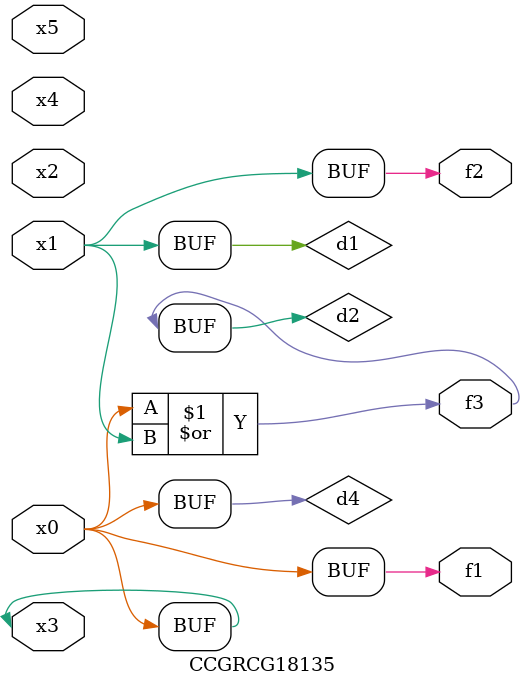
<source format=v>
module CCGRCG18135(
	input x0, x1, x2, x3, x4, x5,
	output f1, f2, f3
);

	wire d1, d2, d3, d4;

	and (d1, x1);
	or (d2, x0, x1);
	nand (d3, x0, x5);
	buf (d4, x0, x3);
	assign f1 = d4;
	assign f2 = d1;
	assign f3 = d2;
endmodule

</source>
